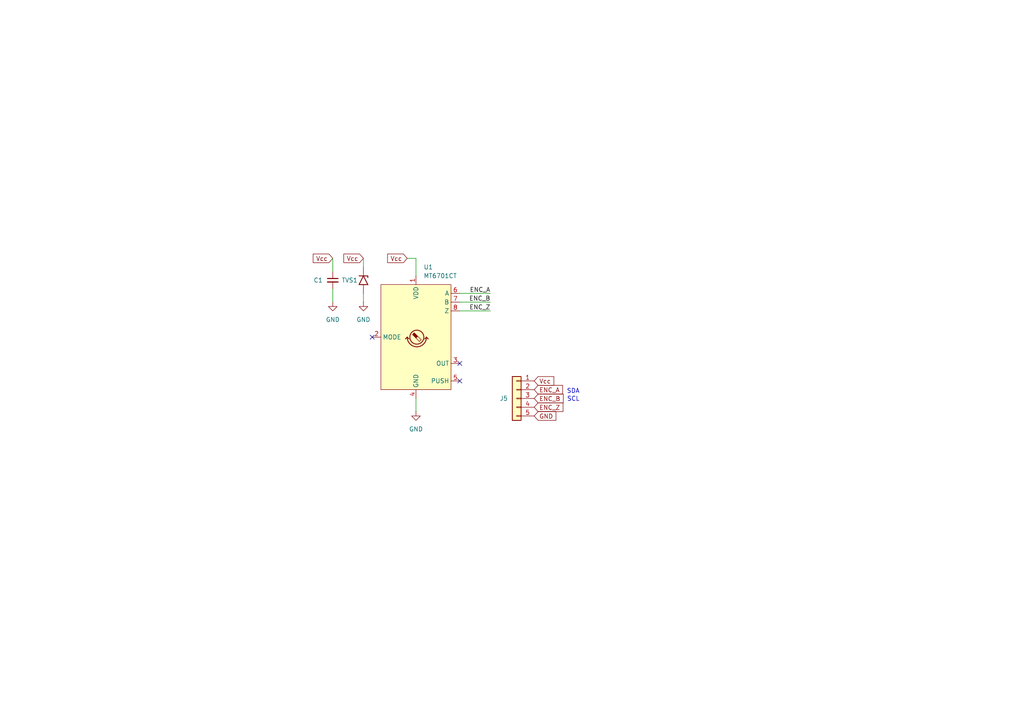
<source format=kicad_sch>
(kicad_sch (version 20250114) (generator "eeschema") (generator_version "9.0")
  (paper "A4")
  (lib_symbols
    (symbol "Connector_Generic:Conn_01x05" (pin_names (offset 1.016) (hide yes))
      (property "Reference" "J" (at 0 7.62 0))
      (property "Value" "Conn_01x05" (at 0 -7.62 0))
      (symbol "Conn_01x05_1_1"
        (rectangle (start -1.27 6.35) (end 1.27 -6.35) (stroke (width 0.254)) (fill (type background)))
        (rectangle (start -1.27 5.207) (end 0 4.953) (stroke (width 0.1524)))
        (rectangle (start -1.27 2.667) (end 0 2.413) (stroke (width 0.1524)))
        (rectangle (start -1.27 0.127) (end 0 -0.127) (stroke (width 0.1524)))
        (rectangle (start -1.27 -2.413) (end 0 -2.667) (stroke (width 0.1524)))
        (rectangle (start -1.27 -4.953) (end 0 -5.207) (stroke (width 0.1524)))
        (pin passive line (at -5.08 5.08 0) (length 3.81) (name "Pin_1") (number "1"))
        (pin passive line (at -5.08 2.54 0) (length 3.81) (name "Pin_2") (number "2"))
        (pin passive line (at -5.08 0 0) (length 3.81) (name "Pin_3") (number "3"))
        (pin passive line (at -5.08 -2.54 0) (length 3.81) (name "Pin_4") (number "4"))
        (pin passive line (at -5.08 -5.08 0) (length 3.81) (name "Pin_5") (number "5"))
      )
    )
    (symbol "Device:C_Small" (pin_numbers (hide yes)) (pin_names (offset 0.254) (hide yes))
      (property "Reference" "C" (at 0.254 1.778 0))
      (property "Value" "C_Small" (at 0.254 -2.032 0))
      (symbol "C_Small_0_1"
        (polyline (pts (xy -1.524 0.508) (xy 1.524 0.508)) (stroke (width 0.3048)))
        (polyline (pts (xy -1.524 -0.508) (xy 1.524 -0.508)) (stroke (width 0.3302)))
      )
      (symbol "C_Small_1_1"
        (pin passive line (at 0 2.54 270) (length 2.032) (name "~") (number "1"))
        (pin passive line (at 0 -2.54 90) (length 2.032) (name "~") (number "2"))
      )
    )
    (symbol "Diode:SM6T12A" (pin_numbers (hide yes)) (pin_names (offset 1.016) (hide yes))
      (property "Reference" "D" (at 0 2.54 0))
      (property "Value" "SM6T12A" (at 0 -2.54 0))
      (symbol "SM6T12A_0_1"
        (polyline (pts (xy -0.762 1.27) (xy -1.27 1.27) (xy -1.27 -1.27)) (stroke (width 0.254)))
        (polyline (pts (xy 1.27 1.27) (xy 1.27 -1.27) (xy -1.27 0) (xy 1.27 1.27)) (stroke (width 0.254)))
      )
      (symbol "SM6T12A_1_1"
        (pin passive line (at -3.81 0 0) (length 2.54) (name "A1") (number "1"))
        (pin passive line (at 3.81 0 180) (length 2.54) (name "A2") (number "2"))
      )
    )
    (symbol "Sensor_Magnetic:MT6701CT"
      (property "Reference" "U" (at -9.6632 16.4397 0))
      (property "Value" "MT6701CT" (at 5.5155 16.4397 0))
      (symbol "MT6701CT_0_1"
        (polyline (pts (xy -2.54 0) (xy -3.048 -0.508)) (stroke (width 0.254)))
        (polyline (pts (xy -2.54 0) (xy -2.032 -0.508)) (stroke (width 0.254)))
        (arc (start 3.048 0) (mid 0.254 -2.7819) (end -2.54 0) (stroke (width 0.254)))
        (polyline (pts (xy 3.048 0) (xy 2.54 -0.508)) (stroke (width 0.254)))
        (polyline (pts (xy 3.048 0) (xy 3.556 -0.508)) (stroke (width 0.254)))
      )
      (symbol "MT6701CT_1_1"
        (rectangle (start -10.16 15.24) (end 10.16 -15.24) (fill (type background)))
        (polyline (pts (xy -0.508 1.27) (xy 0.508 0.254) (xy 0 -0.254) (xy -1.016 0.762) (xy -0.762 1.016) (xy -0.508 1.27) (xy -0.381 1.143)) (fill (type outline)))
        (circle (center 0.254 0) (radius 2.032) (stroke (width 0.254)))
        (polyline (pts (xy 0.508 0.254) (xy 1.524 -0.762) (xy 1.016 -1.27) (xy 0 -0.254)))
        (pin input line (at -12.7 0 0) (length 2.54) (name "MODE") (number "2"))
        (pin power_in line (at 0 17.78 270) (length 2.54) (name "VDD") (number "1"))
        (pin power_in line (at 0 -17.78 90) (length 2.54) (name "GND") (number "4"))
        (pin output line (at 12.7 12.7 180) (length 2.54) (name "A") (number "6"))
        (pin output line (at 12.7 10.16 180) (length 2.54) (name "B") (number "7"))
        (pin output line (at 12.7 7.62 180) (length 2.54) (name "Z") (number "8"))
        (pin output line (at 12.7 -7.62 180) (length 2.54) (name "OUT") (number "3"))
        (pin output line (at 12.7 -12.7 180) (length 2.54) (name "PUSH") (number "5"))
      )
    )
    (symbol "power:GND" (power) (pin_numbers (hide yes)) (pin_names (offset 0) (hide yes))
      (property "Value" "GND" (at 0 -3.81 0))
      (symbol "GND_0_1"
        (polyline (pts (xy 0 0) (xy 0 -1.27) (xy 1.27 -1.27) (xy 0 -2.54) (xy -1.27 -1.27) (xy 0 -1.27)))
      )
      (symbol "GND_1_1"
        (pin power_in line (at 0 0 270) (length 0) (name "~") (number "1"))
      )
    )
  )
  (text "SDA" (at 168.148 113.538 0) (effects (font (size 1.27 1.27)) (justify right)))
  (text "SCL\n" (at 168.148 115.824 0) (effects (font (size 1.27 1.27)) (justify right)))
  (no_connect (at 133.35 110.49))
  (no_connect (at 107.95 97.79))
  (no_connect (at 133.35 105.41))
  (wire (pts (xy 120.65 80.01) (xy 120.65 74.93)))
  (wire (pts (xy 133.35 85.09) (xy 142.24 85.09)))
  (wire (pts (xy 96.52 83.82) (xy 96.52 87.63)))
  (wire (pts (xy 96.52 78.74) (xy 96.52 74.93)))
  (wire (pts (xy 133.35 87.63) (xy 142.24 87.63)))
  (wire (pts (xy 105.41 74.93) (xy 105.41 77.47)))
  (wire (pts (xy 120.65 74.93) (xy 118.11 74.93)))
  (wire (pts (xy 120.65 115.57) (xy 120.65 119.38)))
  (wire (pts (xy 105.41 85.09) (xy 105.41 87.63)))
  (wire (pts (xy 133.35 90.17) (xy 142.24 90.17)))
  (label "ENC_Z" (at 142.24 90.17 180))
  (label "ENC_A" (at 142.24 85.09 180))
  (label "ENC_B" (at 142.24 87.63 180))
  (global_label "GND" (shape input) (at 154.94 120.65 0) (property "Intersheetrefs" "${INTERSHEET_REFS}" (effects (hide yes))))
  (global_label "ENC_Z" (shape input) (at 154.94 118.11 0) (property "Intersheetrefs" "${INTERSHEET_REFS}" (effects (hide yes))))
  (global_label "Vcc" (shape input) (at 96.52 74.93 180) (property "Intersheetrefs" "${INTERSHEET_REFS}" (effects (hide yes))))
  (global_label "ENC_A" (shape input) (at 154.94 113.03 0) (property "Intersheetrefs" "${INTERSHEET_REFS}" (effects (hide yes))))
  (global_label "Vcc" (shape input) (at 105.41 74.93 180) (property "Intersheetrefs" "${INTERSHEET_REFS}" (effects (hide yes))))
  (global_label "ENC_B" (shape input) (at 154.94 115.57 0) (property "Intersheetrefs" "${INTERSHEET_REFS}" (effects (hide yes))))
  (global_label "Vcc" (shape input) (at 154.94 110.49 0) (property "Intersheetrefs" "${INTERSHEET_REFS}" (effects (hide yes))))
  (global_label "Vcc" (shape input) (at 118.11 74.93 180) (property "Intersheetrefs" "${INTERSHEET_REFS}" (effects (hide yes))))
  (symbol (lib_id "Device:C_Small") (at 96.52 81.28 0) (unit 1)
    (property "Reference" "C1" (at 90.932 81.28 0) (effects (justify left)))
    (property "Value" "C_Small" (effects (hide yes)))
    (property "Footprint" "Capacitor_SMD:C_0603_1608Metric" (effects (hide yes)))
    (property "Description" "Unpolarized capacitor, small symbol" (effects (hide yes)))
  )
  (symbol (lib_id "Sensor_Magnetic:MT6701CT") (at 120.65 97.79 0) (unit 1)
    (property "Reference" "U1" (at 122.8441 77.47 0) (effects (justify left)))
    (property "Value" "MT6701CT" (at 122.8441 80.01 0) (effects (justify left)))
    (property "Footprint" "Package_SO:SO-8_3.9x4.9mm_P1.27mm" (effects (hide yes)))
    (property "Datasheet" "https://www.magntek.com.cn/upload/MT6701_Rev.1.5.pdf" (effects (hide yes)))
    (property "Description" "Hall Based Angle Position Encoder Sensor, I2C, SSI, ABZ & UVW interfaces, 3.3..5V supply, SOIC-8" (effects (hide yes)))
  )
  (symbol (lib_id "power:GND") (at 96.52 87.63 0) (unit 1)
    (property "Reference" "#PWR02" (effects (hide yes)))
    (property "Value" "GND" (at 96.52 92.71 0))
    (property "Description" "Power symbol creates a global label with name \"GND\" , ground" (effects (hide yes)))
  )
  (symbol (lib_id "power:GND") (at 120.65 119.38 0) (unit 1)
    (property "Reference" "#PWR01" (effects (hide yes)))
    (property "Value" "GND" (at 120.65 124.46 0))
    (property "Description" "Power symbol creates a global label with name \"GND\" , ground" (effects (hide yes)))
  )
  (symbol (lib_id "Diode:SM6T12A") (at 105.41 81.28 270) (unit 1)
    (property "Reference" "TVS1" (at 99.06 81.28 90) (effects (justify left)))
    (property "Value" "SMFJ6.0A / SMFJ6.0CA" (effects (hide yes)))
    (property "Footprint" "Capacitor_SMD:C_0805_2012Metric" (effects (hide yes)))
  )
  (symbol (lib_id "Connector_Generic:Conn_01x05") (at 149.86 115.57 0) (mirror y) (unit 1)
    (property "Reference" "J5" (at 147.32 115.5699 0) (effects (justify left)))
    (property "Value" "Conn_01x05" (effects (hide yes)))
    (property "Footprint" "Connector_JST:JST_GH_BM05B-GHS-TBT_1x05-1MP_P1.25mm_Vertical" (effects (hide yes)))
    (property "Description" "Generic connector, single row, 01x05, script generated (kicad-library-utils/schlib/autogen/connector/)" (effects (hide yes)))
  )
  (symbol (lib_id "power:GND") (at 105.41 87.63 0) (unit 1)
    (property "Reference" "#PWR03" (effects (hide yes)))
    (property "Value" "GND" (at 105.41 92.71 0))
    (property "Description" "Power symbol creates a global label with name \"GND\" , ground" (effects (hide yes)))
  )
)
</source>
